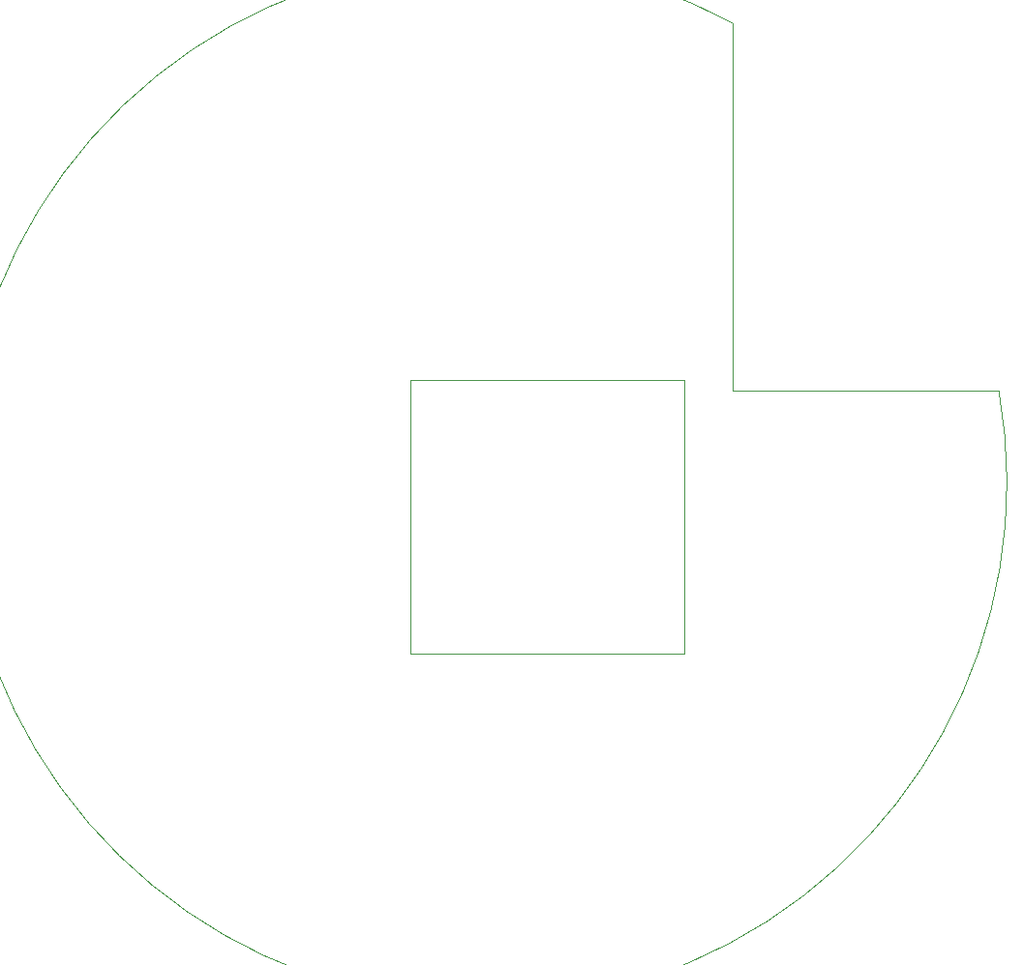
<source format=gm1>
G04 #@! TF.FileFunction,Profile,NP*
%FSLAX46Y46*%
G04 Gerber Fmt 4.6, Leading zero omitted, Abs format (unit mm)*
G04 Created by KiCad (PCBNEW 4.0.1-stable) date 2017/06/17 11:06:08*
%MOMM*%
G01*
G04 APERTURE LIST*
%ADD10C,0.100000*%
G04 APERTURE END LIST*
D10*
X148752293Y-94000000D02*
X148752293Y-61802561D01*
X172000000Y-94000000D02*
X148752293Y-94000000D01*
X148752294Y-61802515D02*
G75*
G03X172000000Y-94000000I-21752294J-40197485D01*
G01*
X120500000Y-93000000D02*
X120500000Y-117000000D01*
X144500000Y-117000000D02*
X120500000Y-117000000D01*
X144500000Y-93000000D02*
X144500000Y-117000000D01*
X120500000Y-93000000D02*
X144500000Y-93000000D01*
M02*

</source>
